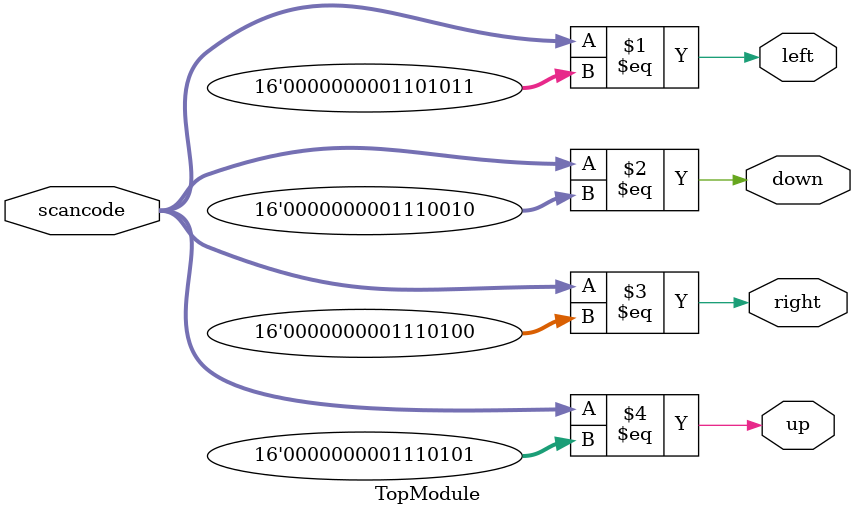
<source format=sv>


module TopModule (
  input [15:0] scancode,
  output reg left,
  output reg down,
  output reg right,
  output reg up
);

assign left = (scancode == 16'h06b);
assign down = (scancode == 16'h072);
assign right = (scancode == 16'h074);
assign up   = (scancode == 16'h075);
endmodule

</source>
